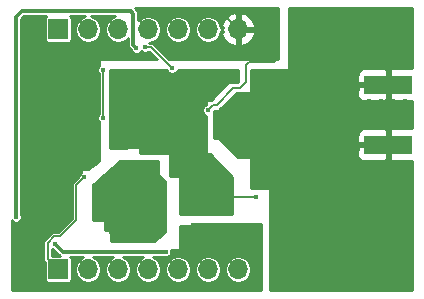
<source format=gbr>
G04 #@! TF.GenerationSoftware,KiCad,Pcbnew,(2017-11-30 revision 069448f20)-master*
G04 #@! TF.CreationDate,2017-12-01T23:13:36+02:00*
G04 #@! TF.ProjectId,at86rf212b_2l,617438367266323132625F326C2E6B69,rev?*
G04 #@! TF.SameCoordinates,Original*
G04 #@! TF.FileFunction,Copper,L2,Bot,Signal*
G04 #@! TF.FilePolarity,Positive*
%FSLAX46Y46*%
G04 Gerber Fmt 4.6, Leading zero omitted, Abs format (unit mm)*
G04 Created by KiCad (PCBNEW (2017-11-30 revision 069448f20)-master) date Fri Dec  1 23:13:36 2017*
%MOMM*%
%LPD*%
G01*
G04 APERTURE LIST*
%ADD10R,4.064000X1.524000*%
%ADD11R,1.700000X1.700000*%
%ADD12O,1.700000X1.700000*%
%ADD13C,0.400000*%
%ADD14C,0.200000*%
%ADD15C,0.152000*%
%ADD16C,0.300000*%
%ADD17C,0.254000*%
G04 APERTURE END LIST*
D10*
X203200000Y-83439000D03*
X203200000Y-78359000D03*
D11*
X175260000Y-93980000D03*
D12*
X177800000Y-93980000D03*
X180340000Y-93980000D03*
X182880000Y-93980000D03*
X185420000Y-93980000D03*
X187960000Y-93980000D03*
X190500000Y-93980000D03*
D11*
X175260000Y-73660000D03*
D12*
X177800000Y-73660000D03*
X180340000Y-73660000D03*
X182880000Y-73660000D03*
X185420000Y-73660000D03*
X187960000Y-73660000D03*
X190500000Y-73660000D03*
D13*
X181406800Y-85191600D03*
X183565800Y-85064600D03*
X182422800Y-85852000D03*
X187731400Y-82575400D03*
X188595000Y-82550000D03*
X187731400Y-81076800D03*
X180289200Y-85369400D03*
X181991000Y-91440000D03*
X182880000Y-91440000D03*
X183515000Y-90805000D03*
X183642000Y-89916000D03*
X183642000Y-89154000D03*
X181102000Y-91440000D03*
X180213000Y-91440000D03*
X179578000Y-86106000D03*
X179197000Y-86741000D03*
X178435000Y-86868000D03*
X178435000Y-87757000D03*
X178435000Y-88773000D03*
X178435000Y-89535000D03*
X179324000Y-89916000D03*
X179705000Y-90805000D03*
X184023000Y-87122000D03*
X184023000Y-87820500D03*
X183896000Y-88392000D03*
X184023000Y-86512400D03*
X182448200Y-85166200D03*
X189865000Y-86995000D03*
X189230000Y-86360000D03*
X188595000Y-85725000D03*
X187706000Y-85090000D03*
X186690000Y-85090000D03*
X187413900Y-78460600D03*
X183287500Y-80925500D03*
X180848000Y-78486000D03*
X204470000Y-87630000D03*
X204470000Y-88900000D03*
X204470000Y-90170000D03*
X204470000Y-91440000D03*
X204470000Y-92710000D03*
X204470000Y-93980000D03*
X204470000Y-95250000D03*
X203200000Y-95250000D03*
X201930000Y-95250000D03*
X200660000Y-95250000D03*
X199390000Y-95250000D03*
X198120000Y-95250000D03*
X196850000Y-95250000D03*
X195580000Y-95250000D03*
X194310000Y-95250000D03*
X194310000Y-93980000D03*
X195580000Y-93980000D03*
X196850000Y-93980000D03*
X198120000Y-93980000D03*
X199390000Y-93980000D03*
X200660000Y-93980000D03*
X201930000Y-93980000D03*
X203200000Y-93980000D03*
X203200000Y-92710000D03*
X201930000Y-92710000D03*
X200660000Y-92710000D03*
X199390000Y-92710000D03*
X198120000Y-92710000D03*
X196850000Y-92710000D03*
X195580000Y-92710000D03*
X194310000Y-92710000D03*
X194310000Y-91440000D03*
X195580000Y-91440000D03*
X196850000Y-91440000D03*
X198120000Y-91440000D03*
X199390000Y-91440000D03*
X200660000Y-91440000D03*
X201930000Y-91440000D03*
X203200000Y-91440000D03*
X203200000Y-90170000D03*
X201930000Y-90170000D03*
X200660000Y-90170000D03*
X199390000Y-90170000D03*
X198120000Y-90170000D03*
X196850000Y-90170000D03*
X195580000Y-90170000D03*
X194310000Y-90170000D03*
X194310000Y-88900000D03*
X195580000Y-88900000D03*
X196850000Y-88900000D03*
X198120000Y-88900000D03*
X199390000Y-88900000D03*
X200660000Y-88900000D03*
X201930000Y-88900000D03*
X203200000Y-88900000D03*
X203200000Y-87630000D03*
X201930000Y-87630000D03*
X200660000Y-87630000D03*
X199390000Y-87630000D03*
X198120000Y-87630000D03*
X196850000Y-87630000D03*
X195580000Y-87630000D03*
X194310000Y-87630000D03*
X192024000Y-87820500D03*
X194310000Y-78740000D03*
X194310000Y-77470000D03*
X193040000Y-77470000D03*
X191770000Y-77470000D03*
X191770000Y-78740000D03*
X193040000Y-78740000D03*
X193040000Y-80010000D03*
X194310000Y-80010000D03*
X195580000Y-80010000D03*
X196850000Y-80010000D03*
X198120000Y-80010000D03*
X199390000Y-80010000D03*
X200660000Y-80010000D03*
X204597000Y-79756000D03*
X203581000Y-79756000D03*
X202565000Y-79756000D03*
X201549000Y-79756000D03*
X196850000Y-81788000D03*
X198120000Y-81788000D03*
X199390000Y-81788000D03*
X200660000Y-81788000D03*
X204597000Y-82042000D03*
X203581000Y-82042000D03*
X202565000Y-82042000D03*
X201549000Y-82042000D03*
X200660000Y-82550000D03*
X199390000Y-82550000D03*
X198120000Y-82550000D03*
X196850000Y-82550000D03*
X195580000Y-82550000D03*
X194310000Y-82550000D03*
X188595000Y-88963500D03*
X189865000Y-87820500D03*
X188595000Y-87884000D03*
X193040000Y-83820000D03*
X198120000Y-85090000D03*
X200660000Y-83820000D03*
X199390000Y-83820000D03*
X198120000Y-83820000D03*
X196850000Y-83820000D03*
X195580000Y-83820000D03*
X194310000Y-83820000D03*
X194310000Y-85090000D03*
X195580000Y-85090000D03*
X196850000Y-85090000D03*
X192786000Y-83439000D03*
X192913000Y-82931000D03*
X192913000Y-82296000D03*
X195199000Y-81788000D03*
X194310000Y-81788000D03*
X193548000Y-81788000D03*
X193040000Y-85090000D03*
X199390000Y-85090000D03*
X200660000Y-85090000D03*
X201930000Y-85090000D03*
X203200000Y-85090000D03*
X204470000Y-85090000D03*
X204470000Y-86360000D03*
X203200000Y-86360000D03*
X201930000Y-86360000D03*
X200660000Y-86360000D03*
X199390000Y-86360000D03*
X198120000Y-86360000D03*
X196850000Y-86360000D03*
X195580000Y-86360000D03*
X194310000Y-86360000D03*
X193040000Y-86360000D03*
X191770000Y-86360000D03*
X191770000Y-85090000D03*
X200660000Y-78740000D03*
X199390000Y-78740000D03*
X198120000Y-78740000D03*
X196850000Y-78740000D03*
X195580000Y-78740000D03*
X203200000Y-76200000D03*
X204470000Y-76200000D03*
X204470000Y-74930000D03*
X203200000Y-74930000D03*
X201930000Y-74930000D03*
X200660000Y-74930000D03*
X199390000Y-74930000D03*
X198120000Y-74930000D03*
X196850000Y-74930000D03*
X195580000Y-73660000D03*
X196850000Y-73660000D03*
X198120000Y-73660000D03*
X199390000Y-73660000D03*
X200660000Y-73660000D03*
X201930000Y-73660000D03*
X203200000Y-73660000D03*
X204470000Y-73660000D03*
X204470000Y-72390000D03*
X203200000Y-72390000D03*
X201930000Y-76200000D03*
X200660000Y-76200000D03*
X199390000Y-76200000D03*
X198120000Y-76200000D03*
X196850000Y-76200000D03*
X195580000Y-77470000D03*
X196850000Y-77470000D03*
X198120000Y-77470000D03*
X199390000Y-77470000D03*
X200660000Y-77470000D03*
X189865000Y-80391000D03*
X190627000Y-80010000D03*
X188595000Y-81089500D03*
X189357000Y-80899000D03*
X192024000Y-83693000D03*
X191262000Y-83693000D03*
X192024000Y-79883000D03*
X190627000Y-83629500D03*
X189928500Y-83312000D03*
X189357000Y-82931000D03*
X191262000Y-79883000D03*
X191262000Y-81788000D03*
X183287500Y-82650500D03*
X185039000Y-82677000D03*
X185012500Y-80925500D03*
X201930000Y-72390000D03*
X200660000Y-72390000D03*
X199390000Y-72390000D03*
X198120000Y-72390000D03*
X196850000Y-72390000D03*
X195580000Y-72390000D03*
X181889400Y-75234800D03*
X175006000Y-91846400D03*
X184378600Y-92481400D03*
X171704000Y-89535000D03*
X179070000Y-77089000D03*
X179070000Y-81153000D03*
X177490120Y-86161880D03*
X182626000Y-75184000D03*
X184912000Y-76962000D03*
X175666400Y-87630000D03*
X175666400Y-89598500D03*
X175666400Y-85725000D03*
X193852800Y-76123800D03*
X187909200Y-80492600D03*
X174625000Y-85725000D03*
X174625000Y-87630000D03*
X174625000Y-89598500D03*
X174688500Y-90424000D03*
X173736000Y-91694000D03*
X173736000Y-92760800D03*
X175006000Y-92646500D03*
X177355500Y-84772500D03*
X177165000Y-82550000D03*
X175895000Y-82550000D03*
X174625000Y-82550000D03*
X178625500Y-82486500D03*
X186309000Y-75565000D03*
X185801000Y-75120500D03*
X187579000Y-75120500D03*
X192087500Y-93091000D03*
X192087500Y-93980000D03*
X192087500Y-94932500D03*
X188722000Y-95504000D03*
X189992000Y-95504000D03*
X191262000Y-95504000D03*
X187452000Y-95504000D03*
X186182000Y-95504000D03*
X184912000Y-95504000D03*
X183642000Y-95504000D03*
X173355000Y-95250000D03*
X172085000Y-95250000D03*
X172085000Y-93345000D03*
X172085000Y-91440000D03*
X174498000Y-95504000D03*
X176022000Y-95504000D03*
X177292000Y-95504000D03*
X178562000Y-95504000D03*
X179832000Y-95504000D03*
X181102000Y-95504000D03*
X182372000Y-95504000D03*
X173355000Y-74295000D03*
X173355000Y-76200000D03*
X173355000Y-78105000D03*
X173355000Y-80010000D03*
X173355000Y-73025000D03*
X174625000Y-83820000D03*
X184573000Y-75523000D03*
X174625000Y-81280000D03*
X173355000Y-81915000D03*
X173355000Y-83820000D03*
X173355000Y-85725000D03*
X173355000Y-87630000D03*
X173355000Y-89535000D03*
X176530000Y-75565000D03*
X179705000Y-75565000D03*
X175768000Y-80772000D03*
X176530000Y-76835000D03*
X175260000Y-79375000D03*
X186690000Y-72390000D03*
D14*
X183565800Y-85064600D02*
X183565800Y-85420200D01*
X183134000Y-85852000D02*
X182422800Y-85852000D01*
X183565800Y-85420200D02*
X183134000Y-85852000D01*
X187655200Y-82575400D02*
X187731400Y-82575400D01*
X187629800Y-82550000D02*
X187655200Y-82575400D01*
X187706000Y-81076800D02*
X187731400Y-81076800D01*
X182880000Y-91440000D02*
X183515000Y-90805000D01*
X183642000Y-89916000D02*
X183642000Y-89154000D01*
X179705000Y-90932000D02*
X180213000Y-91440000D01*
X179705000Y-90805000D02*
X179705000Y-90932000D01*
X179578000Y-86106000D02*
X179197000Y-86487000D01*
X179197000Y-86487000D02*
X179197000Y-86741000D01*
X178435000Y-86868000D02*
X178435000Y-87757000D01*
X178435000Y-88773000D02*
X178435000Y-89535000D01*
X179324000Y-89916000D02*
X179705000Y-90297000D01*
X179705000Y-90297000D02*
X179705000Y-90805000D01*
X181102000Y-91440000D02*
X181991000Y-91440000D01*
X184023000Y-88265000D02*
X184023000Y-87820500D01*
X183896000Y-88392000D02*
X184023000Y-88265000D01*
D15*
X184023000Y-86512400D02*
X184061100Y-86550500D01*
D14*
X182448200Y-85166200D02*
X182499000Y-85217000D01*
X188595000Y-85725000D02*
X189230000Y-86360000D01*
X186690000Y-85090000D02*
X187706000Y-85090000D01*
X189865000Y-86995000D02*
X189865000Y-87820500D01*
X185012500Y-80925500D02*
X185012500Y-80862000D01*
X185012500Y-80862000D02*
X187413900Y-78460600D01*
X183299100Y-80937100D02*
X183299100Y-80924400D01*
X183299100Y-80924400D02*
X180848000Y-78486000D01*
X204470000Y-87630000D02*
X204470000Y-88900000D01*
X204470000Y-90170000D02*
X204470000Y-91440000D01*
X204470000Y-92710000D02*
X204470000Y-93980000D01*
X204470000Y-95250000D02*
X203200000Y-95250000D01*
X201930000Y-95250000D02*
X200660000Y-95250000D01*
X199390000Y-95250000D02*
X198120000Y-95250000D01*
X196850000Y-95250000D02*
X195580000Y-95250000D01*
X194310000Y-95250000D02*
X194310000Y-93980000D01*
X195580000Y-93980000D02*
X196850000Y-93980000D01*
X198120000Y-93980000D02*
X199390000Y-93980000D01*
X200660000Y-93980000D02*
X201930000Y-93980000D01*
X203200000Y-93980000D02*
X203200000Y-92710000D01*
X201930000Y-92710000D02*
X200660000Y-92710000D01*
X199390000Y-92710000D02*
X198120000Y-92710000D01*
X196850000Y-92710000D02*
X195580000Y-92710000D01*
X194310000Y-92710000D02*
X194310000Y-91440000D01*
X195580000Y-91440000D02*
X196850000Y-91440000D01*
X198120000Y-91440000D02*
X199390000Y-91440000D01*
X200660000Y-91440000D02*
X201930000Y-91440000D01*
X203200000Y-91440000D02*
X203200000Y-90170000D01*
X201930000Y-90170000D02*
X200660000Y-90170000D01*
X199390000Y-90170000D02*
X198120000Y-90170000D01*
X196850000Y-90170000D02*
X195580000Y-90170000D01*
X194310000Y-90170000D02*
X194310000Y-88900000D01*
X195580000Y-88900000D02*
X196850000Y-88900000D01*
X198120000Y-88900000D02*
X199390000Y-88900000D01*
X200660000Y-88900000D02*
X201930000Y-88900000D01*
X203200000Y-88900000D02*
X203200000Y-87630000D01*
X201930000Y-87630000D02*
X200660000Y-87630000D01*
X199390000Y-87630000D02*
X198120000Y-87630000D01*
X196850000Y-87630000D02*
X195580000Y-87630000D01*
X189865000Y-87820500D02*
X192024000Y-87820500D01*
X200660000Y-80010000D02*
X200660000Y-79883000D01*
X194310000Y-78740000D02*
X194310000Y-77470000D01*
X193040000Y-77470000D02*
X191770000Y-77470000D01*
X191770000Y-78740000D02*
X193040000Y-78740000D01*
X193040000Y-80010000D02*
X194310000Y-80010000D01*
X195580000Y-80010000D02*
X196850000Y-80010000D01*
X198120000Y-80010000D02*
X199390000Y-80010000D01*
X202565000Y-79756000D02*
X203581000Y-79756000D01*
X200787000Y-79756000D02*
X201549000Y-79756000D01*
X200660000Y-79883000D02*
X200787000Y-79756000D01*
X196850000Y-81788000D02*
X198120000Y-81788000D01*
X199390000Y-81788000D02*
X200660000Y-81788000D01*
X203581000Y-82042000D02*
X204597000Y-82042000D01*
X201549000Y-82042000D02*
X202565000Y-82042000D01*
X199390000Y-82550000D02*
X200660000Y-82550000D01*
X196850000Y-82550000D02*
X198120000Y-82550000D01*
X194310000Y-82550000D02*
X195580000Y-82550000D01*
X188595000Y-87884000D02*
X188595000Y-88963500D01*
X193040000Y-85090000D02*
X193040000Y-83820000D01*
X196850000Y-86360000D02*
X198120000Y-85090000D01*
X198120000Y-83820000D02*
X199390000Y-83820000D01*
X195580000Y-83820000D02*
X196850000Y-83820000D01*
X194310000Y-85090000D02*
X194310000Y-83820000D01*
X196850000Y-85090000D02*
X195580000Y-85090000D01*
X192786000Y-83439000D02*
X192913000Y-83312000D01*
X192913000Y-83312000D02*
X192913000Y-82931000D01*
X195326000Y-81661000D02*
X196088000Y-81788000D01*
X195199000Y-81788000D02*
X195326000Y-81661000D01*
X193548000Y-81788000D02*
X194310000Y-81788000D01*
X191770000Y-85090000D02*
X193040000Y-85090000D01*
X201930000Y-85090000D02*
X200660000Y-85090000D01*
X204470000Y-85090000D02*
X203200000Y-85090000D01*
X203200000Y-86360000D02*
X204470000Y-86360000D01*
X200660000Y-86360000D02*
X201930000Y-86360000D01*
X198120000Y-86360000D02*
X199390000Y-86360000D01*
X195580000Y-86360000D02*
X196850000Y-86360000D01*
X193040000Y-86360000D02*
X194310000Y-86360000D01*
X191770000Y-85090000D02*
X191770000Y-86360000D01*
X202361800Y-78333600D02*
X203835000Y-78333600D01*
X195580000Y-77470000D02*
X195580000Y-78740000D01*
X199390000Y-78740000D02*
X200660000Y-78740000D01*
X196850000Y-78740000D02*
X198120000Y-78740000D01*
X204470000Y-74930000D02*
X204470000Y-76200000D01*
X201930000Y-74930000D02*
X203200000Y-74930000D01*
X199390000Y-74930000D02*
X200660000Y-74930000D01*
X196850000Y-74930000D02*
X198120000Y-74930000D01*
X196850000Y-73660000D02*
X195580000Y-73660000D01*
X199390000Y-73660000D02*
X198120000Y-73660000D01*
X201930000Y-73660000D02*
X200660000Y-73660000D01*
X204470000Y-73660000D02*
X203200000Y-73660000D01*
X203200000Y-72390000D02*
X204470000Y-72390000D01*
X203200000Y-76200000D02*
X201930000Y-76200000D01*
X200660000Y-76200000D02*
X199390000Y-76200000D01*
X198120000Y-76200000D02*
X196850000Y-76200000D01*
X195580000Y-77470000D02*
X196850000Y-77470000D01*
X198120000Y-77470000D02*
X199390000Y-77470000D01*
X201930000Y-76200000D02*
X203200000Y-76200000D01*
X203200000Y-76200000D02*
X203809600Y-76809600D01*
X189865000Y-80391000D02*
X190119000Y-79883000D01*
X190119000Y-79883000D02*
X190627000Y-80010000D01*
X188849000Y-80772000D02*
X189357000Y-80899000D01*
X188595000Y-81089500D02*
X188849000Y-80772000D01*
X192024000Y-83693000D02*
X191262000Y-83693000D01*
X190119000Y-83693000D02*
X189928500Y-83312000D01*
X190119000Y-83693000D02*
X190627000Y-83629500D01*
X189357000Y-82931000D02*
X191262000Y-82931000D01*
X191262000Y-82931000D02*
X192151000Y-83820000D01*
X191262000Y-80899000D02*
X191262000Y-79883000D01*
X191262000Y-81788000D02*
X191262000Y-82677000D01*
X183261000Y-80899000D02*
X183299100Y-80937100D01*
X183299100Y-80937100D02*
X183287500Y-80925500D01*
X183287500Y-82650500D02*
X183261000Y-82677000D01*
X185012500Y-80925500D02*
X185039000Y-80899000D01*
X200660000Y-72390000D02*
X201930000Y-72390000D01*
X198120000Y-72390000D02*
X199390000Y-72390000D01*
X195580000Y-72390000D02*
X196850000Y-72390000D01*
D16*
X171704000Y-72898000D02*
X171704000Y-89535000D01*
X171704000Y-72644000D02*
X172212000Y-72136000D01*
X172212000Y-72136000D02*
X181406800Y-72136000D01*
X181889400Y-75234800D02*
X181610000Y-74955400D01*
X181610000Y-74955400D02*
X181610000Y-72339200D01*
X181610000Y-72339200D02*
X181406800Y-72136000D01*
X175006000Y-91846400D02*
X175641000Y-92481400D01*
X175641000Y-92481400D02*
X184378600Y-92481400D01*
X171704000Y-72898000D02*
X171704000Y-72644000D01*
D14*
X179070000Y-81153000D02*
X179070000Y-77089000D01*
X176460150Y-90176350D02*
X176804320Y-89832180D01*
X176804320Y-86847680D02*
X177490120Y-86161880D01*
X176804320Y-89832180D02*
X176804320Y-86847680D01*
X174371000Y-91757500D02*
X174371000Y-93091000D01*
X174942500Y-91186000D02*
X174371000Y-91757500D01*
X175450500Y-91186000D02*
X174942500Y-91186000D01*
X176466500Y-90170000D02*
X176460150Y-90176350D01*
X176460150Y-90176350D02*
X175450500Y-91186000D01*
X174371000Y-93091000D02*
X175260000Y-93980000D01*
X174371000Y-93091000D02*
X175260000Y-93980000D01*
X183134000Y-75184000D02*
X182626000Y-75184000D01*
X184912000Y-76962000D02*
X183134000Y-75184000D01*
X175666400Y-87630000D02*
X175676560Y-87619840D01*
X174625000Y-85725000D02*
X174975520Y-85725000D01*
X193522600Y-76454000D02*
X193852800Y-76123800D01*
X191389000Y-76454000D02*
X193522600Y-76454000D01*
X191185800Y-76657200D02*
X191389000Y-76454000D01*
X191185800Y-78105000D02*
X191185800Y-76657200D01*
X190677800Y-78613000D02*
X191185800Y-78105000D01*
X190093600Y-78613000D02*
X190677800Y-78613000D01*
X188671200Y-80035400D02*
X190093600Y-78613000D01*
X188366400Y-80035400D02*
X188671200Y-80035400D01*
X187909200Y-80492600D02*
X188366400Y-80035400D01*
X174625000Y-89598500D02*
X174625000Y-87630000D01*
X173736000Y-91694000D02*
X173736000Y-91376500D01*
X173736000Y-91376500D02*
X174688500Y-90424000D01*
X174625000Y-85725000D02*
X176403000Y-85725000D01*
X176403000Y-85725000D02*
X177355500Y-84772500D01*
X177927000Y-82931000D02*
X177546000Y-82550000D01*
X177546000Y-82550000D02*
X177165000Y-82550000D01*
X174625000Y-82550000D02*
X175895000Y-82550000D01*
X178625500Y-82486500D02*
X177927000Y-82931000D01*
X187579000Y-75120500D02*
X185801000Y-75120500D01*
X192087500Y-94932500D02*
X191833500Y-94932500D01*
X192087500Y-93091000D02*
X192087500Y-93980000D01*
X189992000Y-95504000D02*
X188722000Y-95504000D01*
X191833500Y-94932500D02*
X191262000Y-95504000D01*
X187452000Y-95504000D02*
X186182000Y-95504000D01*
X184912000Y-95504000D02*
X183642000Y-95504000D01*
X172085000Y-93345000D02*
X172085000Y-95250000D01*
X173482000Y-95250000D02*
X173355000Y-95250000D01*
X173736000Y-95504000D02*
X173482000Y-95250000D01*
X174498000Y-95504000D02*
X173736000Y-95504000D01*
X177292000Y-95504000D02*
X176022000Y-95504000D01*
X179832000Y-95504000D02*
X178562000Y-95504000D01*
X182372000Y-95504000D02*
X181102000Y-95504000D01*
X173355000Y-76200000D02*
X173355000Y-74295000D01*
X173355000Y-80010000D02*
X173355000Y-78105000D01*
X174625000Y-83820000D02*
X174625000Y-85725000D01*
X184573000Y-75523000D02*
X184594500Y-75501500D01*
X173355000Y-89535000D02*
X172085000Y-90805000D01*
X172085000Y-90805000D02*
X172085000Y-91440000D01*
X172085000Y-91440000D02*
X172085000Y-90805000D01*
X175133000Y-80772000D02*
X175768000Y-80772000D01*
X174625000Y-81280000D02*
X175133000Y-80772000D01*
X173355000Y-83820000D02*
X173355000Y-81915000D01*
X173355000Y-87630000D02*
X173355000Y-85725000D01*
X176530000Y-75565000D02*
X179705000Y-75565000D01*
X175260000Y-78105000D02*
X176530000Y-76835000D01*
X175260000Y-79375000D02*
X175260000Y-78105000D01*
X186690000Y-72390000D02*
X189230000Y-72390000D01*
X189230000Y-72390000D02*
X190500000Y-73660000D01*
D17*
G36*
X183730900Y-85953600D02*
X183740567Y-86002201D01*
X183773801Y-86048765D01*
X184277000Y-86493452D01*
X184277000Y-90810508D01*
X183404124Y-91567000D01*
X179705000Y-91567000D01*
X179705000Y-90805000D01*
X179695333Y-90756399D01*
X179667803Y-90715197D01*
X179626601Y-90687667D01*
X179578000Y-90678000D01*
X179197000Y-90678000D01*
X179197000Y-89916000D01*
X179187333Y-89867399D01*
X179159803Y-89826197D01*
X179118601Y-89798667D01*
X179070000Y-89789000D01*
X178231800Y-89789000D01*
X178231800Y-86741000D01*
X178308000Y-86741000D01*
X178356601Y-86731333D01*
X178391472Y-86709715D01*
X180539999Y-84836000D01*
X183730900Y-84836000D01*
X183730900Y-85953600D01*
X183730900Y-85953600D01*
G37*
X183730900Y-85953600D02*
X183740567Y-86002201D01*
X183773801Y-86048765D01*
X184277000Y-86493452D01*
X184277000Y-90810508D01*
X183404124Y-91567000D01*
X179705000Y-91567000D01*
X179705000Y-90805000D01*
X179695333Y-90756399D01*
X179667803Y-90715197D01*
X179626601Y-90687667D01*
X179578000Y-90678000D01*
X179197000Y-90678000D01*
X179197000Y-89916000D01*
X179187333Y-89867399D01*
X179159803Y-89826197D01*
X179118601Y-89798667D01*
X179070000Y-89789000D01*
X178231800Y-89789000D01*
X178231800Y-86741000D01*
X178308000Y-86741000D01*
X178356601Y-86731333D01*
X178391472Y-86709715D01*
X180539999Y-84836000D01*
X183730900Y-84836000D01*
X183730900Y-85953600D01*
G36*
X174208853Y-72608853D02*
X174147189Y-72701140D01*
X174125535Y-72810000D01*
X174125535Y-74510000D01*
X174147189Y-74618860D01*
X174208853Y-74711147D01*
X174301140Y-74772811D01*
X174410000Y-74794465D01*
X176110000Y-74794465D01*
X176218860Y-74772811D01*
X176311147Y-74711147D01*
X176372811Y-74618860D01*
X176394465Y-74510000D01*
X176394465Y-72810000D01*
X176372811Y-72701140D01*
X176311147Y-72608853D01*
X176245516Y-72565000D01*
X177517875Y-72565000D01*
X177367950Y-72594822D01*
X177001676Y-72839558D01*
X176756940Y-73205832D01*
X176671000Y-73637882D01*
X176671000Y-73682118D01*
X176756940Y-74114168D01*
X177001676Y-74480442D01*
X177367950Y-74725178D01*
X177800000Y-74811118D01*
X178232050Y-74725178D01*
X178598324Y-74480442D01*
X178843060Y-74114168D01*
X178929000Y-73682118D01*
X178929000Y-73637882D01*
X178843060Y-73205832D01*
X178598324Y-72839558D01*
X178232050Y-72594822D01*
X178082125Y-72565000D01*
X180057875Y-72565000D01*
X179907950Y-72594822D01*
X179541676Y-72839558D01*
X179296940Y-73205832D01*
X179211000Y-73637882D01*
X179211000Y-73682118D01*
X179296940Y-74114168D01*
X179541676Y-74480442D01*
X179907950Y-74725178D01*
X180340000Y-74811118D01*
X180772050Y-74725178D01*
X181138324Y-74480442D01*
X181181000Y-74416573D01*
X181181000Y-74955400D01*
X181213656Y-75119571D01*
X181306651Y-75258749D01*
X181433380Y-75385478D01*
X181483087Y-75505777D01*
X181617714Y-75640640D01*
X181793703Y-75713717D01*
X181984261Y-75713883D01*
X182160377Y-75641113D01*
X182283152Y-75518553D01*
X182354314Y-75589840D01*
X182530303Y-75662917D01*
X182720861Y-75663083D01*
X182896977Y-75590313D01*
X182924338Y-75563000D01*
X182977014Y-75563000D01*
X183614014Y-76200000D01*
X178816000Y-76200000D01*
X178767399Y-76209667D01*
X178726197Y-76237197D01*
X178698667Y-76278399D01*
X178689000Y-76327000D01*
X178689000Y-76792517D01*
X178664160Y-76817314D01*
X178591083Y-76993303D01*
X178590917Y-77183861D01*
X178663687Y-77359977D01*
X178689000Y-77385334D01*
X178689000Y-80856517D01*
X178664160Y-80881314D01*
X178591083Y-81057303D01*
X178590917Y-81247861D01*
X178663687Y-81423977D01*
X178689000Y-81449334D01*
X178689000Y-84821058D01*
X177769796Y-85471000D01*
X177292000Y-85471000D01*
X177243399Y-85480667D01*
X177202197Y-85508197D01*
X177174667Y-85549399D01*
X177165000Y-85598000D01*
X177165000Y-85809615D01*
X177084280Y-85890194D01*
X177011203Y-86066183D01*
X177011169Y-86104844D01*
X176536327Y-86579687D01*
X176454170Y-86702643D01*
X176425320Y-86847680D01*
X176425320Y-89675193D01*
X176198509Y-89902005D01*
X176198506Y-89902007D01*
X176192160Y-89908354D01*
X176192157Y-89908356D01*
X175293514Y-90807000D01*
X174942500Y-90807000D01*
X174797463Y-90835850D01*
X174674506Y-90918007D01*
X174103007Y-91489507D01*
X174020850Y-91612463D01*
X173992000Y-91757500D01*
X173992000Y-93091000D01*
X174011477Y-93188917D01*
X174020850Y-93236037D01*
X174103007Y-93358993D01*
X174125535Y-93381521D01*
X174125535Y-94830000D01*
X174147189Y-94938860D01*
X174208853Y-95031147D01*
X174301140Y-95092811D01*
X174410000Y-95114465D01*
X176110000Y-95114465D01*
X176218860Y-95092811D01*
X176311147Y-95031147D01*
X176372811Y-94938860D01*
X176394465Y-94830000D01*
X176394465Y-93130000D01*
X176372811Y-93021140D01*
X176311147Y-92928853D01*
X176283530Y-92910400D01*
X177390181Y-92910400D01*
X177367950Y-92914822D01*
X177001676Y-93159558D01*
X176756940Y-93525832D01*
X176671000Y-93957882D01*
X176671000Y-94002118D01*
X176756940Y-94434168D01*
X177001676Y-94800442D01*
X177367950Y-95045178D01*
X177800000Y-95131118D01*
X178232050Y-95045178D01*
X178598324Y-94800442D01*
X178843060Y-94434168D01*
X178929000Y-94002118D01*
X178929000Y-93957882D01*
X178843060Y-93525832D01*
X178598324Y-93159558D01*
X178232050Y-92914822D01*
X178209819Y-92910400D01*
X179930181Y-92910400D01*
X179907950Y-92914822D01*
X179541676Y-93159558D01*
X179296940Y-93525832D01*
X179211000Y-93957882D01*
X179211000Y-94002118D01*
X179296940Y-94434168D01*
X179541676Y-94800442D01*
X179907950Y-95045178D01*
X180340000Y-95131118D01*
X180772050Y-95045178D01*
X181138324Y-94800442D01*
X181383060Y-94434168D01*
X181469000Y-94002118D01*
X181469000Y-93957882D01*
X181383060Y-93525832D01*
X181138324Y-93159558D01*
X180772050Y-92914822D01*
X180749819Y-92910400D01*
X182470181Y-92910400D01*
X182447950Y-92914822D01*
X182081676Y-93159558D01*
X181836940Y-93525832D01*
X181751000Y-93957882D01*
X181751000Y-94002118D01*
X181836940Y-94434168D01*
X182081676Y-94800442D01*
X182447950Y-95045178D01*
X182880000Y-95131118D01*
X183312050Y-95045178D01*
X183678324Y-94800442D01*
X183923060Y-94434168D01*
X184009000Y-94002118D01*
X184009000Y-93957882D01*
X184291000Y-93957882D01*
X184291000Y-94002118D01*
X184376940Y-94434168D01*
X184621676Y-94800442D01*
X184987950Y-95045178D01*
X185420000Y-95131118D01*
X185852050Y-95045178D01*
X186218324Y-94800442D01*
X186463060Y-94434168D01*
X186549000Y-94002118D01*
X186549000Y-93957882D01*
X186831000Y-93957882D01*
X186831000Y-94002118D01*
X186916940Y-94434168D01*
X187161676Y-94800442D01*
X187527950Y-95045178D01*
X187960000Y-95131118D01*
X188392050Y-95045178D01*
X188758324Y-94800442D01*
X189003060Y-94434168D01*
X189089000Y-94002118D01*
X189089000Y-93957882D01*
X189371000Y-93957882D01*
X189371000Y-94002118D01*
X189456940Y-94434168D01*
X189701676Y-94800442D01*
X190067950Y-95045178D01*
X190500000Y-95131118D01*
X190932050Y-95045178D01*
X191298324Y-94800442D01*
X191543060Y-94434168D01*
X191629000Y-94002118D01*
X191629000Y-93957882D01*
X191543060Y-93525832D01*
X191298324Y-93159558D01*
X190932050Y-92914822D01*
X190500000Y-92828882D01*
X190067950Y-92914822D01*
X189701676Y-93159558D01*
X189456940Y-93525832D01*
X189371000Y-93957882D01*
X189089000Y-93957882D01*
X189003060Y-93525832D01*
X188758324Y-93159558D01*
X188392050Y-92914822D01*
X187960000Y-92828882D01*
X187527950Y-92914822D01*
X187161676Y-93159558D01*
X186916940Y-93525832D01*
X186831000Y-93957882D01*
X186549000Y-93957882D01*
X186463060Y-93525832D01*
X186218324Y-93159558D01*
X185852050Y-92914822D01*
X185420000Y-92828882D01*
X184987950Y-92914822D01*
X184621676Y-93159558D01*
X184376940Y-93525832D01*
X184291000Y-93957882D01*
X184009000Y-93957882D01*
X183923060Y-93525832D01*
X183678324Y-93159558D01*
X183312050Y-92914822D01*
X183289819Y-92910400D01*
X184162689Y-92910400D01*
X184282903Y-92960317D01*
X184473461Y-92960483D01*
X184649577Y-92887713D01*
X184784440Y-92753086D01*
X184857517Y-92577097D01*
X184857683Y-92386539D01*
X184833908Y-92329000D01*
X185420000Y-92329000D01*
X185468601Y-92319333D01*
X185509803Y-92291803D01*
X185537333Y-92250601D01*
X185547000Y-92202000D01*
X185547000Y-90297000D01*
X186436000Y-90297000D01*
X186484601Y-90287333D01*
X186525803Y-90259803D01*
X186553333Y-90218601D01*
X186563000Y-90170000D01*
X192405000Y-90170000D01*
X192405000Y-95758000D01*
X171323000Y-95758000D01*
X171323000Y-89831334D01*
X171432314Y-89940840D01*
X171608303Y-90013917D01*
X171798861Y-90014083D01*
X171974977Y-89941313D01*
X172109840Y-89806686D01*
X172182917Y-89630697D01*
X172183083Y-89440139D01*
X172133000Y-89318929D01*
X172133000Y-72821698D01*
X172389697Y-72565000D01*
X174274484Y-72565000D01*
X174208853Y-72608853D01*
X174208853Y-72608853D01*
G37*
X174208853Y-72608853D02*
X174147189Y-72701140D01*
X174125535Y-72810000D01*
X174125535Y-74510000D01*
X174147189Y-74618860D01*
X174208853Y-74711147D01*
X174301140Y-74772811D01*
X174410000Y-74794465D01*
X176110000Y-74794465D01*
X176218860Y-74772811D01*
X176311147Y-74711147D01*
X176372811Y-74618860D01*
X176394465Y-74510000D01*
X176394465Y-72810000D01*
X176372811Y-72701140D01*
X176311147Y-72608853D01*
X176245516Y-72565000D01*
X177517875Y-72565000D01*
X177367950Y-72594822D01*
X177001676Y-72839558D01*
X176756940Y-73205832D01*
X176671000Y-73637882D01*
X176671000Y-73682118D01*
X176756940Y-74114168D01*
X177001676Y-74480442D01*
X177367950Y-74725178D01*
X177800000Y-74811118D01*
X178232050Y-74725178D01*
X178598324Y-74480442D01*
X178843060Y-74114168D01*
X178929000Y-73682118D01*
X178929000Y-73637882D01*
X178843060Y-73205832D01*
X178598324Y-72839558D01*
X178232050Y-72594822D01*
X178082125Y-72565000D01*
X180057875Y-72565000D01*
X179907950Y-72594822D01*
X179541676Y-72839558D01*
X179296940Y-73205832D01*
X179211000Y-73637882D01*
X179211000Y-73682118D01*
X179296940Y-74114168D01*
X179541676Y-74480442D01*
X179907950Y-74725178D01*
X180340000Y-74811118D01*
X180772050Y-74725178D01*
X181138324Y-74480442D01*
X181181000Y-74416573D01*
X181181000Y-74955400D01*
X181213656Y-75119571D01*
X181306651Y-75258749D01*
X181433380Y-75385478D01*
X181483087Y-75505777D01*
X181617714Y-75640640D01*
X181793703Y-75713717D01*
X181984261Y-75713883D01*
X182160377Y-75641113D01*
X182283152Y-75518553D01*
X182354314Y-75589840D01*
X182530303Y-75662917D01*
X182720861Y-75663083D01*
X182896977Y-75590313D01*
X182924338Y-75563000D01*
X182977014Y-75563000D01*
X183614014Y-76200000D01*
X178816000Y-76200000D01*
X178767399Y-76209667D01*
X178726197Y-76237197D01*
X178698667Y-76278399D01*
X178689000Y-76327000D01*
X178689000Y-76792517D01*
X178664160Y-76817314D01*
X178591083Y-76993303D01*
X178590917Y-77183861D01*
X178663687Y-77359977D01*
X178689000Y-77385334D01*
X178689000Y-80856517D01*
X178664160Y-80881314D01*
X178591083Y-81057303D01*
X178590917Y-81247861D01*
X178663687Y-81423977D01*
X178689000Y-81449334D01*
X178689000Y-84821058D01*
X177769796Y-85471000D01*
X177292000Y-85471000D01*
X177243399Y-85480667D01*
X177202197Y-85508197D01*
X177174667Y-85549399D01*
X177165000Y-85598000D01*
X177165000Y-85809615D01*
X177084280Y-85890194D01*
X177011203Y-86066183D01*
X177011169Y-86104844D01*
X176536327Y-86579687D01*
X176454170Y-86702643D01*
X176425320Y-86847680D01*
X176425320Y-89675193D01*
X176198509Y-89902005D01*
X176198506Y-89902007D01*
X176192160Y-89908354D01*
X176192157Y-89908356D01*
X175293514Y-90807000D01*
X174942500Y-90807000D01*
X174797463Y-90835850D01*
X174674506Y-90918007D01*
X174103007Y-91489507D01*
X174020850Y-91612463D01*
X173992000Y-91757500D01*
X173992000Y-93091000D01*
X174011477Y-93188917D01*
X174020850Y-93236037D01*
X174103007Y-93358993D01*
X174125535Y-93381521D01*
X174125535Y-94830000D01*
X174147189Y-94938860D01*
X174208853Y-95031147D01*
X174301140Y-95092811D01*
X174410000Y-95114465D01*
X176110000Y-95114465D01*
X176218860Y-95092811D01*
X176311147Y-95031147D01*
X176372811Y-94938860D01*
X176394465Y-94830000D01*
X176394465Y-93130000D01*
X176372811Y-93021140D01*
X176311147Y-92928853D01*
X176283530Y-92910400D01*
X177390181Y-92910400D01*
X177367950Y-92914822D01*
X177001676Y-93159558D01*
X176756940Y-93525832D01*
X176671000Y-93957882D01*
X176671000Y-94002118D01*
X176756940Y-94434168D01*
X177001676Y-94800442D01*
X177367950Y-95045178D01*
X177800000Y-95131118D01*
X178232050Y-95045178D01*
X178598324Y-94800442D01*
X178843060Y-94434168D01*
X178929000Y-94002118D01*
X178929000Y-93957882D01*
X178843060Y-93525832D01*
X178598324Y-93159558D01*
X178232050Y-92914822D01*
X178209819Y-92910400D01*
X179930181Y-92910400D01*
X179907950Y-92914822D01*
X179541676Y-93159558D01*
X179296940Y-93525832D01*
X179211000Y-93957882D01*
X179211000Y-94002118D01*
X179296940Y-94434168D01*
X179541676Y-94800442D01*
X179907950Y-95045178D01*
X180340000Y-95131118D01*
X180772050Y-95045178D01*
X181138324Y-94800442D01*
X181383060Y-94434168D01*
X181469000Y-94002118D01*
X181469000Y-93957882D01*
X181383060Y-93525832D01*
X181138324Y-93159558D01*
X180772050Y-92914822D01*
X180749819Y-92910400D01*
X182470181Y-92910400D01*
X182447950Y-92914822D01*
X182081676Y-93159558D01*
X181836940Y-93525832D01*
X181751000Y-93957882D01*
X181751000Y-94002118D01*
X181836940Y-94434168D01*
X182081676Y-94800442D01*
X182447950Y-95045178D01*
X182880000Y-95131118D01*
X183312050Y-95045178D01*
X183678324Y-94800442D01*
X183923060Y-94434168D01*
X184009000Y-94002118D01*
X184009000Y-93957882D01*
X184291000Y-93957882D01*
X184291000Y-94002118D01*
X184376940Y-94434168D01*
X184621676Y-94800442D01*
X184987950Y-95045178D01*
X185420000Y-95131118D01*
X185852050Y-95045178D01*
X186218324Y-94800442D01*
X186463060Y-94434168D01*
X186549000Y-94002118D01*
X186549000Y-93957882D01*
X186831000Y-93957882D01*
X186831000Y-94002118D01*
X186916940Y-94434168D01*
X187161676Y-94800442D01*
X187527950Y-95045178D01*
X187960000Y-95131118D01*
X188392050Y-95045178D01*
X188758324Y-94800442D01*
X189003060Y-94434168D01*
X189089000Y-94002118D01*
X189089000Y-93957882D01*
X189371000Y-93957882D01*
X189371000Y-94002118D01*
X189456940Y-94434168D01*
X189701676Y-94800442D01*
X190067950Y-95045178D01*
X190500000Y-95131118D01*
X190932050Y-95045178D01*
X191298324Y-94800442D01*
X191543060Y-94434168D01*
X191629000Y-94002118D01*
X191629000Y-93957882D01*
X191543060Y-93525832D01*
X191298324Y-93159558D01*
X190932050Y-92914822D01*
X190500000Y-92828882D01*
X190067950Y-92914822D01*
X189701676Y-93159558D01*
X189456940Y-93525832D01*
X189371000Y-93957882D01*
X189089000Y-93957882D01*
X189003060Y-93525832D01*
X188758324Y-93159558D01*
X188392050Y-92914822D01*
X187960000Y-92828882D01*
X187527950Y-92914822D01*
X187161676Y-93159558D01*
X186916940Y-93525832D01*
X186831000Y-93957882D01*
X186549000Y-93957882D01*
X186463060Y-93525832D01*
X186218324Y-93159558D01*
X185852050Y-92914822D01*
X185420000Y-92828882D01*
X184987950Y-92914822D01*
X184621676Y-93159558D01*
X184376940Y-93525832D01*
X184291000Y-93957882D01*
X184009000Y-93957882D01*
X183923060Y-93525832D01*
X183678324Y-93159558D01*
X183312050Y-92914822D01*
X183289819Y-92910400D01*
X184162689Y-92910400D01*
X184282903Y-92960317D01*
X184473461Y-92960483D01*
X184649577Y-92887713D01*
X184784440Y-92753086D01*
X184857517Y-92577097D01*
X184857683Y-92386539D01*
X184833908Y-92329000D01*
X185420000Y-92329000D01*
X185468601Y-92319333D01*
X185509803Y-92291803D01*
X185537333Y-92250601D01*
X185547000Y-92202000D01*
X185547000Y-90297000D01*
X186436000Y-90297000D01*
X186484601Y-90287333D01*
X186525803Y-90259803D01*
X186553333Y-90218601D01*
X186563000Y-90170000D01*
X192405000Y-90170000D01*
X192405000Y-95758000D01*
X171323000Y-95758000D01*
X171323000Y-89831334D01*
X171432314Y-89940840D01*
X171608303Y-90013917D01*
X171798861Y-90014083D01*
X171974977Y-89941313D01*
X172109840Y-89806686D01*
X172182917Y-89630697D01*
X172183083Y-89440139D01*
X172133000Y-89318929D01*
X172133000Y-72821698D01*
X172389697Y-72565000D01*
X174274484Y-72565000D01*
X174208853Y-72608853D01*
G36*
X174855436Y-92302534D02*
X175337651Y-92784749D01*
X175428624Y-92845535D01*
X174750000Y-92845535D01*
X174750000Y-92258753D01*
X174855436Y-92302534D01*
X174855436Y-92302534D01*
G37*
X174855436Y-92302534D02*
X175337651Y-92784749D01*
X175428624Y-92845535D01*
X174750000Y-92845535D01*
X174750000Y-92258753D01*
X174855436Y-92302534D01*
G36*
X193865500Y-76200000D02*
X184685987Y-76200000D01*
X183401993Y-74916007D01*
X183279037Y-74833850D01*
X183134000Y-74805000D01*
X182924479Y-74805000D01*
X182922206Y-74802723D01*
X183312050Y-74725178D01*
X183678324Y-74480442D01*
X183923060Y-74114168D01*
X184009000Y-73682118D01*
X184009000Y-73637882D01*
X184291000Y-73637882D01*
X184291000Y-73682118D01*
X184376940Y-74114168D01*
X184621676Y-74480442D01*
X184987950Y-74725178D01*
X185420000Y-74811118D01*
X185852050Y-74725178D01*
X186218324Y-74480442D01*
X186463060Y-74114168D01*
X186549000Y-73682118D01*
X186549000Y-73637882D01*
X186831000Y-73637882D01*
X186831000Y-73682118D01*
X186916940Y-74114168D01*
X187161676Y-74480442D01*
X187527950Y-74725178D01*
X187960000Y-74811118D01*
X188392050Y-74725178D01*
X188758324Y-74480442D01*
X189003060Y-74114168D01*
X189068137Y-73787002D01*
X189179180Y-73787002D01*
X189058514Y-74016892D01*
X189304817Y-74541358D01*
X189733076Y-74931645D01*
X190143110Y-75101476D01*
X190373000Y-74980155D01*
X190373000Y-73787000D01*
X190627000Y-73787000D01*
X190627000Y-74980155D01*
X190856890Y-75101476D01*
X191266924Y-74931645D01*
X191695183Y-74541358D01*
X191941486Y-74016892D01*
X191820819Y-73787000D01*
X190627000Y-73787000D01*
X190373000Y-73787000D01*
X190353000Y-73787000D01*
X190353000Y-73533000D01*
X190373000Y-73533000D01*
X190373000Y-72339845D01*
X190627000Y-72339845D01*
X190627000Y-73533000D01*
X191820819Y-73533000D01*
X191941486Y-73303108D01*
X191695183Y-72778642D01*
X191266924Y-72388355D01*
X190856890Y-72218524D01*
X190627000Y-72339845D01*
X190373000Y-72339845D01*
X190143110Y-72218524D01*
X189733076Y-72388355D01*
X189304817Y-72778642D01*
X189058514Y-73303108D01*
X189179180Y-73532998D01*
X189068137Y-73532998D01*
X189003060Y-73205832D01*
X188758324Y-72839558D01*
X188392050Y-72594822D01*
X187960000Y-72508882D01*
X187527950Y-72594822D01*
X187161676Y-72839558D01*
X186916940Y-73205832D01*
X186831000Y-73637882D01*
X186549000Y-73637882D01*
X186463060Y-73205832D01*
X186218324Y-72839558D01*
X185852050Y-72594822D01*
X185420000Y-72508882D01*
X184987950Y-72594822D01*
X184621676Y-72839558D01*
X184376940Y-73205832D01*
X184291000Y-73637882D01*
X184009000Y-73637882D01*
X183923060Y-73205832D01*
X183678324Y-72839558D01*
X183312050Y-72594822D01*
X182880000Y-72508882D01*
X182447950Y-72594822D01*
X182081676Y-72839558D01*
X182039000Y-72903427D01*
X182039000Y-72339200D01*
X182006344Y-72175029D01*
X181913349Y-72035851D01*
X181759498Y-71882000D01*
X193865500Y-71882000D01*
X193865500Y-76200000D01*
X193865500Y-76200000D01*
G37*
X193865500Y-76200000D02*
X184685987Y-76200000D01*
X183401993Y-74916007D01*
X183279037Y-74833850D01*
X183134000Y-74805000D01*
X182924479Y-74805000D01*
X182922206Y-74802723D01*
X183312050Y-74725178D01*
X183678324Y-74480442D01*
X183923060Y-74114168D01*
X184009000Y-73682118D01*
X184009000Y-73637882D01*
X184291000Y-73637882D01*
X184291000Y-73682118D01*
X184376940Y-74114168D01*
X184621676Y-74480442D01*
X184987950Y-74725178D01*
X185420000Y-74811118D01*
X185852050Y-74725178D01*
X186218324Y-74480442D01*
X186463060Y-74114168D01*
X186549000Y-73682118D01*
X186549000Y-73637882D01*
X186831000Y-73637882D01*
X186831000Y-73682118D01*
X186916940Y-74114168D01*
X187161676Y-74480442D01*
X187527950Y-74725178D01*
X187960000Y-74811118D01*
X188392050Y-74725178D01*
X188758324Y-74480442D01*
X189003060Y-74114168D01*
X189068137Y-73787002D01*
X189179180Y-73787002D01*
X189058514Y-74016892D01*
X189304817Y-74541358D01*
X189733076Y-74931645D01*
X190143110Y-75101476D01*
X190373000Y-74980155D01*
X190373000Y-73787000D01*
X190627000Y-73787000D01*
X190627000Y-74980155D01*
X190856890Y-75101476D01*
X191266924Y-74931645D01*
X191695183Y-74541358D01*
X191941486Y-74016892D01*
X191820819Y-73787000D01*
X190627000Y-73787000D01*
X190373000Y-73787000D01*
X190353000Y-73787000D01*
X190353000Y-73533000D01*
X190373000Y-73533000D01*
X190373000Y-72339845D01*
X190627000Y-72339845D01*
X190627000Y-73533000D01*
X191820819Y-73533000D01*
X191941486Y-73303108D01*
X191695183Y-72778642D01*
X191266924Y-72388355D01*
X190856890Y-72218524D01*
X190627000Y-72339845D01*
X190373000Y-72339845D01*
X190143110Y-72218524D01*
X189733076Y-72388355D01*
X189304817Y-72778642D01*
X189058514Y-73303108D01*
X189179180Y-73532998D01*
X189068137Y-73532998D01*
X189003060Y-73205832D01*
X188758324Y-72839558D01*
X188392050Y-72594822D01*
X187960000Y-72508882D01*
X187527950Y-72594822D01*
X187161676Y-72839558D01*
X186916940Y-73205832D01*
X186831000Y-73637882D01*
X186549000Y-73637882D01*
X186463060Y-73205832D01*
X186218324Y-72839558D01*
X185852050Y-72594822D01*
X185420000Y-72508882D01*
X184987950Y-72594822D01*
X184621676Y-72839558D01*
X184376940Y-73205832D01*
X184291000Y-73637882D01*
X184009000Y-73637882D01*
X183923060Y-73205832D01*
X183678324Y-72839558D01*
X183312050Y-72594822D01*
X182880000Y-72508882D01*
X182447950Y-72594822D01*
X182081676Y-72839558D01*
X182039000Y-72903427D01*
X182039000Y-72339200D01*
X182006344Y-72175029D01*
X181913349Y-72035851D01*
X181759498Y-71882000D01*
X193865500Y-71882000D01*
X193865500Y-76200000D01*
G36*
X184505687Y-77232977D02*
X184640314Y-77367840D01*
X184816303Y-77440917D01*
X185006861Y-77441083D01*
X185182977Y-77368313D01*
X185317840Y-77233686D01*
X185377919Y-77089000D01*
X190474600Y-77089000D01*
X190474600Y-78117700D01*
X189763400Y-78117700D01*
X189714799Y-78127367D01*
X189673597Y-78154897D01*
X188224894Y-79603600D01*
X187909200Y-79603600D01*
X187860599Y-79613267D01*
X187819397Y-79640797D01*
X187791867Y-79681999D01*
X187782200Y-79730600D01*
X187782200Y-80026797D01*
X187638223Y-80086287D01*
X187503360Y-80220914D01*
X187430283Y-80396903D01*
X187430117Y-80587461D01*
X187502887Y-80763577D01*
X187637514Y-80898440D01*
X187782200Y-80958519D01*
X187782200Y-84124800D01*
X187791867Y-84173401D01*
X187819397Y-84214603D01*
X187860599Y-84242133D01*
X187909200Y-84251800D01*
X188110594Y-84251800D01*
X189992000Y-86133206D01*
X189992000Y-89281000D01*
X185547000Y-89281000D01*
X185547000Y-86233000D01*
X185537333Y-86184399D01*
X185509803Y-86143197D01*
X185468601Y-86115667D01*
X185420000Y-86106000D01*
X184734200Y-86106000D01*
X184734200Y-84264500D01*
X184724533Y-84215899D01*
X184697003Y-84174697D01*
X184655801Y-84147167D01*
X184607200Y-84137500D01*
X182181500Y-84137500D01*
X182181500Y-83756500D01*
X182171833Y-83707899D01*
X182144303Y-83666697D01*
X182103101Y-83639167D01*
X182054500Y-83629500D01*
X181165500Y-83629500D01*
X181116899Y-83639167D01*
X181075697Y-83666697D01*
X181049394Y-83693000D01*
X179641500Y-83693000D01*
X179641500Y-77089000D01*
X184446197Y-77089000D01*
X184505687Y-77232977D01*
X184505687Y-77232977D01*
G37*
X184505687Y-77232977D02*
X184640314Y-77367840D01*
X184816303Y-77440917D01*
X185006861Y-77441083D01*
X185182977Y-77368313D01*
X185317840Y-77233686D01*
X185377919Y-77089000D01*
X190474600Y-77089000D01*
X190474600Y-78117700D01*
X189763400Y-78117700D01*
X189714799Y-78127367D01*
X189673597Y-78154897D01*
X188224894Y-79603600D01*
X187909200Y-79603600D01*
X187860599Y-79613267D01*
X187819397Y-79640797D01*
X187791867Y-79681999D01*
X187782200Y-79730600D01*
X187782200Y-80026797D01*
X187638223Y-80086287D01*
X187503360Y-80220914D01*
X187430283Y-80396903D01*
X187430117Y-80587461D01*
X187502887Y-80763577D01*
X187637514Y-80898440D01*
X187782200Y-80958519D01*
X187782200Y-84124800D01*
X187791867Y-84173401D01*
X187819397Y-84214603D01*
X187860599Y-84242133D01*
X187909200Y-84251800D01*
X188110594Y-84251800D01*
X189992000Y-86133206D01*
X189992000Y-89281000D01*
X185547000Y-89281000D01*
X185547000Y-86233000D01*
X185537333Y-86184399D01*
X185509803Y-86143197D01*
X185468601Y-86115667D01*
X185420000Y-86106000D01*
X184734200Y-86106000D01*
X184734200Y-84264500D01*
X184724533Y-84215899D01*
X184697003Y-84174697D01*
X184655801Y-84147167D01*
X184607200Y-84137500D01*
X182181500Y-84137500D01*
X182181500Y-83756500D01*
X182171833Y-83707899D01*
X182144303Y-83666697D01*
X182103101Y-83639167D01*
X182054500Y-83629500D01*
X181165500Y-83629500D01*
X181116899Y-83639167D01*
X181075697Y-83666697D01*
X181049394Y-83693000D01*
X179641500Y-83693000D01*
X179641500Y-77089000D01*
X184446197Y-77089000D01*
X184505687Y-77232977D01*
G36*
X205257400Y-76962000D02*
X203485750Y-76962000D01*
X203327000Y-77120750D01*
X203327000Y-78232000D01*
X203347000Y-78232000D01*
X203347000Y-78486000D01*
X203327000Y-78486000D01*
X203327000Y-79597250D01*
X203485750Y-79756000D01*
X205257400Y-79756000D01*
X205257400Y-82042000D01*
X203485750Y-82042000D01*
X203327000Y-82200750D01*
X203327000Y-83312000D01*
X203347000Y-83312000D01*
X203347000Y-83566000D01*
X203327000Y-83566000D01*
X203327000Y-84677250D01*
X203485750Y-84836000D01*
X205257400Y-84836000D01*
X205257400Y-95758000D01*
X193167000Y-95758000D01*
X193167000Y-87249000D01*
X193157333Y-87200399D01*
X193129803Y-87159197D01*
X193088601Y-87131667D01*
X193040000Y-87122000D01*
X191579500Y-87122000D01*
X191579500Y-84582000D01*
X191569833Y-84533399D01*
X191542303Y-84492197D01*
X191501101Y-84464667D01*
X191452500Y-84455000D01*
X190451006Y-84455000D01*
X189720756Y-83724750D01*
X200533000Y-83724750D01*
X200533000Y-84327309D01*
X200629673Y-84560698D01*
X200808301Y-84739327D01*
X201041690Y-84836000D01*
X202914250Y-84836000D01*
X203073000Y-84677250D01*
X203073000Y-83566000D01*
X200691750Y-83566000D01*
X200533000Y-83724750D01*
X189720756Y-83724750D01*
X188862603Y-82866597D01*
X188821401Y-82839067D01*
X188772800Y-82829400D01*
X188417200Y-82829400D01*
X188417200Y-82550691D01*
X200533000Y-82550691D01*
X200533000Y-83153250D01*
X200691750Y-83312000D01*
X203073000Y-83312000D01*
X203073000Y-82200750D01*
X202914250Y-82042000D01*
X201041690Y-82042000D01*
X200808301Y-82138673D01*
X200629673Y-82317302D01*
X200533000Y-82550691D01*
X188417200Y-82550691D01*
X188417200Y-80543400D01*
X188810900Y-80543400D01*
X188859501Y-80533733D01*
X188900703Y-80506203D01*
X190387506Y-79019400D01*
X191465200Y-79019400D01*
X191513801Y-79009733D01*
X191555003Y-78982203D01*
X191582533Y-78941001D01*
X191592200Y-78892400D01*
X191592200Y-78644750D01*
X200533000Y-78644750D01*
X200533000Y-79247309D01*
X200629673Y-79480698D01*
X200808301Y-79659327D01*
X201041690Y-79756000D01*
X202914250Y-79756000D01*
X203073000Y-79597250D01*
X203073000Y-78486000D01*
X200691750Y-78486000D01*
X200533000Y-78644750D01*
X191592200Y-78644750D01*
X191592200Y-77470691D01*
X200533000Y-77470691D01*
X200533000Y-78073250D01*
X200691750Y-78232000D01*
X203073000Y-78232000D01*
X203073000Y-77120750D01*
X202914250Y-76962000D01*
X201041690Y-76962000D01*
X200808301Y-77058673D01*
X200629673Y-77237302D01*
X200533000Y-77470691D01*
X191592200Y-77470691D01*
X191592200Y-77089000D01*
X194691000Y-77089000D01*
X194739601Y-77079333D01*
X194780803Y-77051803D01*
X194808333Y-77010601D01*
X194818000Y-76962000D01*
X194818000Y-71882000D01*
X205257400Y-71882000D01*
X205257400Y-76962000D01*
X205257400Y-76962000D01*
G37*
X205257400Y-76962000D02*
X203485750Y-76962000D01*
X203327000Y-77120750D01*
X203327000Y-78232000D01*
X203347000Y-78232000D01*
X203347000Y-78486000D01*
X203327000Y-78486000D01*
X203327000Y-79597250D01*
X203485750Y-79756000D01*
X205257400Y-79756000D01*
X205257400Y-82042000D01*
X203485750Y-82042000D01*
X203327000Y-82200750D01*
X203327000Y-83312000D01*
X203347000Y-83312000D01*
X203347000Y-83566000D01*
X203327000Y-83566000D01*
X203327000Y-84677250D01*
X203485750Y-84836000D01*
X205257400Y-84836000D01*
X205257400Y-95758000D01*
X193167000Y-95758000D01*
X193167000Y-87249000D01*
X193157333Y-87200399D01*
X193129803Y-87159197D01*
X193088601Y-87131667D01*
X193040000Y-87122000D01*
X191579500Y-87122000D01*
X191579500Y-84582000D01*
X191569833Y-84533399D01*
X191542303Y-84492197D01*
X191501101Y-84464667D01*
X191452500Y-84455000D01*
X190451006Y-84455000D01*
X189720756Y-83724750D01*
X200533000Y-83724750D01*
X200533000Y-84327309D01*
X200629673Y-84560698D01*
X200808301Y-84739327D01*
X201041690Y-84836000D01*
X202914250Y-84836000D01*
X203073000Y-84677250D01*
X203073000Y-83566000D01*
X200691750Y-83566000D01*
X200533000Y-83724750D01*
X189720756Y-83724750D01*
X188862603Y-82866597D01*
X188821401Y-82839067D01*
X188772800Y-82829400D01*
X188417200Y-82829400D01*
X188417200Y-82550691D01*
X200533000Y-82550691D01*
X200533000Y-83153250D01*
X200691750Y-83312000D01*
X203073000Y-83312000D01*
X203073000Y-82200750D01*
X202914250Y-82042000D01*
X201041690Y-82042000D01*
X200808301Y-82138673D01*
X200629673Y-82317302D01*
X200533000Y-82550691D01*
X188417200Y-82550691D01*
X188417200Y-80543400D01*
X188810900Y-80543400D01*
X188859501Y-80533733D01*
X188900703Y-80506203D01*
X190387506Y-79019400D01*
X191465200Y-79019400D01*
X191513801Y-79009733D01*
X191555003Y-78982203D01*
X191582533Y-78941001D01*
X191592200Y-78892400D01*
X191592200Y-78644750D01*
X200533000Y-78644750D01*
X200533000Y-79247309D01*
X200629673Y-79480698D01*
X200808301Y-79659327D01*
X201041690Y-79756000D01*
X202914250Y-79756000D01*
X203073000Y-79597250D01*
X203073000Y-78486000D01*
X200691750Y-78486000D01*
X200533000Y-78644750D01*
X191592200Y-78644750D01*
X191592200Y-77470691D01*
X200533000Y-77470691D01*
X200533000Y-78073250D01*
X200691750Y-78232000D01*
X203073000Y-78232000D01*
X203073000Y-77120750D01*
X202914250Y-76962000D01*
X201041690Y-76962000D01*
X200808301Y-77058673D01*
X200629673Y-77237302D01*
X200533000Y-77470691D01*
X191592200Y-77470691D01*
X191592200Y-77089000D01*
X194691000Y-77089000D01*
X194739601Y-77079333D01*
X194780803Y-77051803D01*
X194808333Y-77010601D01*
X194818000Y-76962000D01*
X194818000Y-71882000D01*
X205257400Y-71882000D01*
X205257400Y-76962000D01*
M02*

</source>
